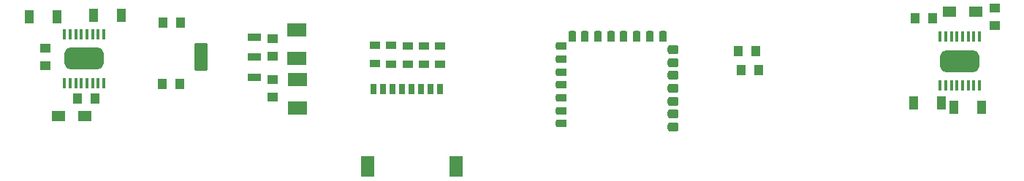
<source format=gbp>
G04*
G04 #@! TF.GenerationSoftware,Altium Limited,Altium Designer,21.3.2 (30)*
G04*
G04 Layer_Color=128*
%FSLAX43Y43*%
%MOMM*%
G71*
G04*
G04 #@! TF.SameCoordinates,66AE08A6-6C82-4575-8D08-AF68D2AC6B58*
G04*
G04*
G04 #@! TF.FilePolarity,Positive*
G04*
G01*
G75*
%ADD24R,1.067X1.524*%
%ADD29R,1.270X1.016*%
%ADD31R,1.270X0.889*%
%ADD33R,1.016X1.270*%
G04:AMPARAMS|DCode=84|XSize=0.9mm|YSize=1.27mm|CornerRadius=0.225mm|HoleSize=0mm|Usage=FLASHONLY|Rotation=0.000|XOffset=0mm|YOffset=0mm|HoleType=Round|Shape=RoundedRectangle|*
%AMROUNDEDRECTD84*
21,1,0.900,0.820,0,0,0.0*
21,1,0.450,1.270,0,0,0.0*
1,1,0.450,0.225,-0.410*
1,1,0.450,-0.225,-0.410*
1,1,0.450,-0.225,0.410*
1,1,0.450,0.225,0.410*
%
%ADD84ROUNDEDRECTD84*%
G04:AMPARAMS|DCode=85|XSize=1mm|YSize=1.27mm|CornerRadius=0.25mm|HoleSize=0mm|Usage=FLASHONLY|Rotation=90.000|XOffset=0mm|YOffset=0mm|HoleType=Round|Shape=RoundedRectangle|*
%AMROUNDEDRECTD85*
21,1,1.000,0.770,0,0,90.0*
21,1,0.500,1.270,0,0,90.0*
1,1,0.500,0.385,0.250*
1,1,0.500,0.385,-0.250*
1,1,0.500,-0.385,-0.250*
1,1,0.500,-0.385,0.250*
%
%ADD85ROUNDEDRECTD85*%
G04:AMPARAMS|DCode=86|XSize=0.9mm|YSize=1.27mm|CornerRadius=0.225mm|HoleSize=0mm|Usage=FLASHONLY|Rotation=270.000|XOffset=0mm|YOffset=0mm|HoleType=Round|Shape=RoundedRectangle|*
%AMROUNDEDRECTD86*
21,1,0.900,0.820,0,0,270.0*
21,1,0.450,1.270,0,0,270.0*
1,1,0.450,-0.410,-0.225*
1,1,0.450,-0.410,0.225*
1,1,0.450,0.410,0.225*
1,1,0.450,0.410,-0.225*
%
%ADD86ROUNDEDRECTD86*%
%ADD87R,1.500X2.400*%
%ADD88R,0.800X1.300*%
G04:AMPARAMS|DCode=89|XSize=0.9mm|YSize=1.45mm|CornerRadius=0.05mm|HoleSize=0mm|Usage=FLASHONLY|Rotation=90.000|XOffset=0mm|YOffset=0mm|HoleType=Round|Shape=RoundedRectangle|*
%AMROUNDEDRECTD89*
21,1,0.900,1.351,0,0,90.0*
21,1,0.801,1.450,0,0,90.0*
1,1,0.099,0.676,0.401*
1,1,0.099,0.676,-0.401*
1,1,0.099,-0.676,-0.401*
1,1,0.099,-0.676,0.401*
%
%ADD89ROUNDEDRECTD89*%
G04:AMPARAMS|DCode=90|XSize=3.15mm|YSize=1.45mm|CornerRadius=0.051mm|HoleSize=0mm|Usage=FLASHONLY|Rotation=90.000|XOffset=0mm|YOffset=0mm|HoleType=Round|Shape=RoundedRectangle|*
%AMROUNDEDRECTD90*
21,1,3.150,1.349,0,0,90.0*
21,1,3.049,1.450,0,0,90.0*
1,1,0.102,0.674,1.524*
1,1,0.102,0.674,-1.524*
1,1,0.102,-0.674,-1.524*
1,1,0.102,-0.674,1.524*
%
%ADD90ROUNDEDRECTD90*%
G04:AMPARAMS|DCode=91|XSize=2.5mm|YSize=4.5mm|CornerRadius=0.625mm|HoleSize=0mm|Usage=FLASHONLY|Rotation=90.000|XOffset=0mm|YOffset=0mm|HoleType=Round|Shape=RoundedRectangle|*
%AMROUNDEDRECTD91*
21,1,2.500,3.250,0,0,90.0*
21,1,1.250,4.500,0,0,90.0*
1,1,1.250,1.625,0.625*
1,1,1.250,1.625,-0.625*
1,1,1.250,-1.625,-0.625*
1,1,1.250,-1.625,0.625*
%
%ADD91ROUNDEDRECTD91*%
G04:AMPARAMS|DCode=92|XSize=0.4mm|YSize=1.2mm|CornerRadius=0.05mm|HoleSize=0mm|Usage=FLASHONLY|Rotation=0.000|XOffset=0mm|YOffset=0mm|HoleType=Round|Shape=RoundedRectangle|*
%AMROUNDEDRECTD92*
21,1,0.400,1.100,0,0,0.0*
21,1,0.300,1.200,0,0,0.0*
1,1,0.100,0.150,-0.550*
1,1,0.100,-0.150,-0.550*
1,1,0.100,-0.150,0.550*
1,1,0.100,0.150,0.550*
%
%ADD92ROUNDEDRECTD92*%
%ADD93R,2.286X1.626*%
%ADD94R,1.575X1.219*%
D24*
X5850Y68000D02*
D03*
X2598D02*
D03*
X108300Y58050D02*
D03*
X105048D02*
D03*
X10050Y68200D02*
D03*
X13302D02*
D03*
X112950Y57500D02*
D03*
X109698D02*
D03*
D29*
X114450Y66950D02*
D03*
Y68982D02*
D03*
X30800Y63418D02*
D03*
Y65450D02*
D03*
X30850Y60700D02*
D03*
Y58668D02*
D03*
X4500Y64400D02*
D03*
Y62368D02*
D03*
D31*
X44576Y64679D02*
D03*
Y62521D02*
D03*
X42696Y64712D02*
D03*
Y62553D02*
D03*
X50215Y64630D02*
D03*
Y62471D02*
D03*
X48335Y64630D02*
D03*
Y62471D02*
D03*
X46456Y64630D02*
D03*
Y62471D02*
D03*
D33*
X84768Y64050D02*
D03*
X86800D02*
D03*
X87100Y61800D02*
D03*
X85068D02*
D03*
X20100Y60200D02*
D03*
X18068D02*
D03*
X18150Y67300D02*
D03*
X20182D02*
D03*
X107250Y67800D02*
D03*
X105218D02*
D03*
X8200Y58500D02*
D03*
X10232D02*
D03*
D84*
X65500Y65700D02*
D03*
X67000D02*
D03*
X68500D02*
D03*
X70000D02*
D03*
X71500D02*
D03*
X73000D02*
D03*
X74500D02*
D03*
X76000D02*
D03*
D85*
X77250Y55200D02*
D03*
Y56700D02*
D03*
Y58200D02*
D03*
Y59700D02*
D03*
Y61200D02*
D03*
Y62700D02*
D03*
Y64200D02*
D03*
D86*
X64250Y64600D02*
D03*
Y63100D02*
D03*
Y61600D02*
D03*
Y60100D02*
D03*
Y58600D02*
D03*
Y57100D02*
D03*
Y55600D02*
D03*
D87*
X52110Y50650D02*
D03*
X41850D02*
D03*
D88*
X50237Y59650D02*
D03*
X48037D02*
D03*
X49137D02*
D03*
X46937D02*
D03*
X45837D02*
D03*
X44737D02*
D03*
X43637D02*
D03*
X42530Y59636D02*
D03*
D89*
X28675Y65600D02*
D03*
Y63300D02*
D03*
Y61000D02*
D03*
D90*
X22525Y63300D02*
D03*
D91*
X110425Y62850D02*
D03*
X9000Y63150D02*
D03*
D92*
X112700Y60000D02*
D03*
X112050D02*
D03*
X111400D02*
D03*
X110750D02*
D03*
X110100D02*
D03*
X109450D02*
D03*
X108800D02*
D03*
X108150D02*
D03*
X112700Y65700D02*
D03*
X112050D02*
D03*
X111400D02*
D03*
X110750D02*
D03*
X110100D02*
D03*
X109450D02*
D03*
X108800D02*
D03*
X108150D02*
D03*
X6725Y66000D02*
D03*
X7375D02*
D03*
X8025D02*
D03*
X9975D02*
D03*
X10625D02*
D03*
X11275D02*
D03*
X6725Y60300D02*
D03*
X7375D02*
D03*
X8025D02*
D03*
X8675D02*
D03*
X9325D02*
D03*
X9975D02*
D03*
X10625D02*
D03*
X11275D02*
D03*
X9325Y66000D02*
D03*
X8675D02*
D03*
D93*
X33650Y63148D02*
D03*
Y66450D02*
D03*
X33700Y60752D02*
D03*
Y57450D02*
D03*
D94*
X109202Y68550D02*
D03*
X112250D02*
D03*
X9048Y56450D02*
D03*
X6000D02*
D03*
M02*

</source>
